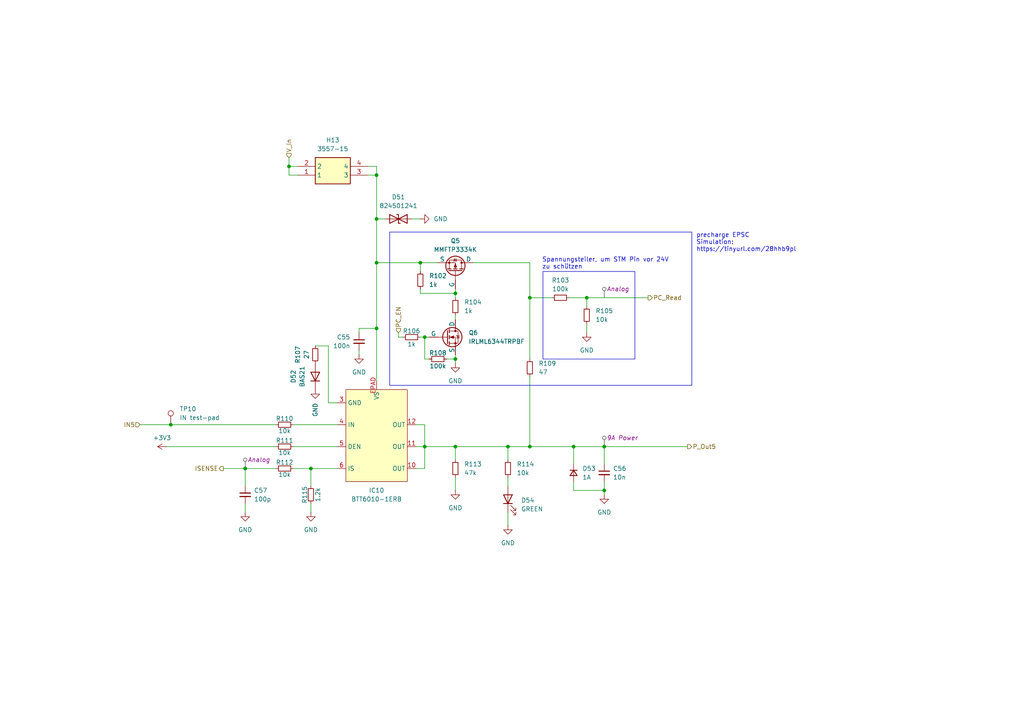
<source format=kicad_sch>
(kicad_sch (version 20231120) (generator "eeschema") (generator_version "8.0")
  (paper "A4")
  (title_block (title "PDU FT25") (date "2025-01-15") (rev "V1.2") (company "Janek Herm") (comment 1 "FaSTTUBe Electronics"))
  (lib_symbols
    (symbol "3557-15:3557-15"
      (property "Reference" "H" (at 16.51 7.62 0))
      (property "Value" "3557-15" (at 16.51 5.08 0))
      (symbol "3557-15_1_1"
        (rectangle (start 5.08 2.54) (end 15.24 -5.08) (stroke (width 0.254)) (fill (type background)))
        (pin passive line (at 0 -2.54 0) (length 5.08) (name "1") (number "1"))
        (pin passive line (at 0 0 0) (length 5.08) (name "2") (number "2"))
        (pin passive line (at 20.32 -2.54 180) (length 5.08) (name "3") (number "3"))
        (pin passive line (at 20.32 0 180) (length 5.08) (name "4") (number "4"))
      )
    )
    (symbol "Connector:TestPoint" (pin_numbers hide) (pin_names (offset 0.762) hide)
      (property "Reference" "TP" (at 0 6.858 0))
      (property "Value" "TestPoint" (at 0 5.08 0))
      (symbol "TestPoint_0_1"
        (circle (center 0 3.302) (radius 0.762))
      )
      (symbol "TestPoint_1_1"
        (pin passive line (at 0 0 90) (length 2.54) (name "1") (number "1"))
      )
    )
    (symbol "Device:C_Small" (pin_numbers hide) (pin_names (offset 0.254) hide)
      (property "Reference" "C" (at 0.254 1.778 0))
      (property "Value" "C_Small" (at 0.254 -2.032 0))
      (symbol "C_Small_0_1"
        (polyline (pts (xy -1.524 -0.508) (xy 1.524 -0.508)) (stroke (width 0.3302)))
        (polyline (pts (xy -1.524 0.508) (xy 1.524 0.508)) (stroke (width 0.3048)))
      )
      (symbol "C_Small_1_1"
        (pin passive line (at 0 2.54 270) (length 2.032) (name "~") (number "1"))
        (pin passive line (at 0 -2.54 90) (length 2.032) (name "~") (number "2"))
      )
    )
    (symbol "Device:D_Small" (pin_numbers hide) (pin_names (offset 0.254) hide)
      (property "Reference" "D" (at -1.27 2.032 0))
      (property "Value" "D_Small" (at -3.81 -2.032 0))
      (symbol "D_Small_0_1"
        (polyline (pts (xy -0.762 -1.016) (xy -0.762 1.016)) (stroke (width 0.254)))
        (polyline (pts (xy -0.762 0) (xy 0.762 0)))
        (polyline (pts (xy 0.762 -1.016) (xy -0.762 0) (xy 0.762 1.016) (xy 0.762 -1.016)) (stroke (width 0.254)))
      )
      (symbol "D_Small_1_1"
        (pin passive line (at -2.54 0 0) (length 1.778) (name "K") (number "1"))
        (pin passive line (at 2.54 0 180) (length 1.778) (name "A") (number "2"))
      )
    )
    (symbol "Device:D_TVS" (pin_numbers hide) (pin_names (offset 1.016) hide)
      (property "Reference" "D" (at 0 2.54 0))
      (property "Value" "D_TVS" (at 0 -2.54 0))
      (symbol "D_TVS_0_1"
        (polyline (pts (xy 1.27 0) (xy -1.27 0)))
        (polyline (pts (xy 0.508 1.27) (xy 0 1.27) (xy 0 -1.27) (xy -0.508 -1.27)) (stroke (width 0.254)))
        (polyline (pts (xy -2.54 1.27) (xy -2.54 -1.27) (xy 2.54 1.27) (xy 2.54 -1.27) (xy -2.54 1.27)) (stroke (width 0.254)))
      )
      (symbol "D_TVS_1_1"
        (pin passive line (at -3.81 0 0) (length 2.54) (name "A1") (number "1"))
        (pin passive line (at 3.81 0 180) (length 2.54) (name "A2") (number "2"))
      )
    )
    (symbol "Device:LED" (pin_numbers hide) (pin_names (offset 1.016) hide)
      (property "Reference" "D" (at 0 2.54 0))
      (property "Value" "LED" (at 0 -2.54 0))
      (symbol "LED_0_1"
        (polyline (pts (xy -1.27 -1.27) (xy -1.27 1.27)) (stroke (width 0.254)))
        (polyline (pts (xy -1.27 0) (xy 1.27 0)))
        (polyline (pts (xy 1.27 -1.27) (xy 1.27 1.27) (xy -1.27 0) (xy 1.27 -1.27)) (stroke (width 0.254)))
        (polyline (pts (xy -3.048 -0.762) (xy -4.572 -2.286) (xy -3.81 -2.286) (xy -4.572 -2.286) (xy -4.572 -1.524)))
        (polyline (pts (xy -1.778 -0.762) (xy -3.302 -2.286) (xy -2.54 -2.286) (xy -3.302 -2.286) (xy -3.302 -1.524)))
      )
      (symbol "LED_1_1"
        (pin passive line (at -3.81 0 0) (length 2.54) (name "K") (number "1"))
        (pin passive line (at 3.81 0 180) (length 2.54) (name "A") (number "2"))
      )
    )
    (symbol "Device:R_Small" (pin_numbers hide) (pin_names (offset 0.254) hide)
      (property "Reference" "R" (at 0.762 0.508 0))
      (property "Value" "R_Small" (at 0.762 -1.016 0))
      (symbol "R_Small_0_1"
        (rectangle (start -0.762 1.778) (end 0.762 -1.778) (stroke (width 0.2032)))
      )
      (symbol "R_Small_1_1"
        (pin passive line (at 0 2.54 270) (length 0.762) (name "~") (number "1"))
        (pin passive line (at 0 -2.54 90) (length 0.762) (name "~") (number "2"))
      )
    )
    (symbol "Diode:BAS21" (pin_numbers hide) (pin_names hide)
      (property "Reference" "D" (at 0 2.54 0))
      (property "Value" "BAS21" (at 0 -2.54 0))
      (symbol "BAS21_0_1"
        (polyline (pts (xy -1.27 1.27) (xy -1.27 -1.27)) (stroke (width 0.254)))
        (polyline (pts (xy 1.27 0) (xy -1.27 0)))
        (polyline (pts (xy 1.27 1.27) (xy 1.27 -1.27) (xy -1.27 0) (xy 1.27 1.27)) (stroke (width 0.254)))
      )
      (symbol "BAS21_1_1"
        (pin passive line (at 3.81 0 180) (length 2.54) (name "A") (number "1"))
        (pin no_connect line (at -1.27 0 0) (length 2.54) hide (name "NC") (number "2"))
        (pin passive line (at -3.81 0 0) (length 2.54) (name "K") (number "3"))
      )
    )
    (symbol "FaSTTUBe_Power-Switches:BTT6010-1ERB"
      (property "Reference" "IC" (at 0.254 -28.956 0))
      (property "Value" "BTT6010-1ERB" (at 0.508 -30.734 0))
      (symbol "BTT6010-1ERB_1_1"
        (rectangle (start -8.89 -1.27) (end 8.89 -27.94) (fill (type background)))
        (pin no_connect line (at 11.43 -2.54 180) (length 2.54) hide (name "NC") (number "1"))
        (pin passive line (at 11.43 -24.13 180) (length 2.54) (name "OUT") (number "10"))
        (pin passive line (at 11.43 -17.78 180) (length 2.54) (name "OUT") (number "11"))
        (pin passive line (at 11.43 -11.43 180) (length 2.54) (name "OUT") (number "12"))
        (pin no_connect line (at 11.43 -25.4 180) (length 2.54) hide (name "NC") (number "13"))
        (pin no_connect line (at 11.43 -26.67 180) (length 2.54) hide (name "NC") (number "14"))
        (pin no_connect line (at 11.43 -3.81 180) (length 2.54) hide (name "NC") (number "2"))
        (pin output line (at -11.43 -5.08 0) (length 2.54) (name "GND") (number "3"))
        (pin input line (at -11.43 -11.43 0) (length 2.54) (name "IN") (number "4"))
        (pin input line (at -11.43 -17.78 0) (length 2.54) (name "DEN") (number "5"))
        (pin output line (at -11.43 -24.13 0) (length 2.54) (name "IS") (number "6"))
        (pin no_connect line (at 11.43 -5.08 180) (length 2.54) hide (name "NC") (number "7"))
        (pin no_connect line (at 11.43 -6.35 180) (length 2.54) hide (name "NC") (number "8"))
        (pin no_connect line (at 11.43 -7.62 180) (length 2.54) hide (name "NC") (number "9"))
        (pin input line (at 0 1.27 270) (length 2.54) (name "VS") (number "EPAD"))
      )
    )
    (symbol "Simulation_SPICE:NMOS" (pin_numbers hide) (pin_names (offset 0))
      (property "Reference" "Q" (at 5.08 1.27 0))
      (property "Value" "NMOS" (at 5.08 -1.27 0))
      (symbol "NMOS_0_1"
        (polyline (pts (xy 0.254 0) (xy -2.54 0)))
        (polyline (pts (xy 0.254 1.905) (xy 0.254 -1.905)) (stroke (width 0.254)))
        (polyline (pts (xy 0.762 -1.27) (xy 0.762 -2.286)) (stroke (width 0.254)))
        (polyline (pts (xy 0.762 0.508) (xy 0.762 -0.508)) (stroke (width 0.254)))
        (polyline (pts (xy 0.762 2.286) (xy 0.762 1.27)) (stroke (width 0.254)))
        (polyline (pts (xy 2.54 2.54) (xy 2.54 1.778)))
        (polyline (pts (xy 2.54 -2.54) (xy 2.54 0) (xy 0.762 0)))
        (polyline (pts (xy 0.762 -1.778) (xy 3.302 -1.778) (xy 3.302 1.778) (xy 0.762 1.778)))
        (polyline (pts (xy 1.016 0) (xy 2.032 0.381) (xy 2.032 -0.381) (xy 1.016 0)) (fill (type outline)))
        (polyline (pts (xy 2.794 0.508) (xy 2.921 0.381) (xy 3.683 0.381) (xy 3.81 0.254)))
        (polyline (pts (xy 3.302 0.381) (xy 2.921 -0.254) (xy 3.683 -0.254) (xy 3.302 0.381)))
        (circle (center 1.651 0) (radius 2.794) (stroke (width 0.254)))
        (circle (center 2.54 -1.778) (radius 0.254) (fill (type outline)))
        (circle (center 2.54 1.778) (radius 0.254) (fill (type outline)))
      )
      (symbol "NMOS_1_1"
        (pin passive line (at 2.54 5.08 270) (length 2.54) (name "D") (number "1"))
        (pin input line (at -5.08 0 0) (length 2.54) (name "G") (number "2"))
        (pin passive line (at 2.54 -5.08 90) (length 2.54) (name "S") (number "3"))
      )
    )
    (symbol "Simulation_SPICE:PMOS" (pin_numbers hide) (pin_names (offset 0))
      (property "Reference" "Q" (at 5.08 1.27 0))
      (property "Value" "PMOS" (at 5.08 -1.27 0))
      (symbol "PMOS_0_1"
        (polyline (pts (xy 0.254 0) (xy -2.54 0)))
        (polyline (pts (xy 0.254 1.905) (xy 0.254 -1.905)) (stroke (width 0.254)))
        (polyline (pts (xy 0.762 -1.27) (xy 0.762 -2.286)) (stroke (width 0.254)))
        (polyline (pts (xy 0.762 0.508) (xy 0.762 -0.508)) (stroke (width 0.254)))
        (polyline (pts (xy 0.762 2.286) (xy 0.762 1.27)) (stroke (width 0.254)))
        (polyline (pts (xy 2.54 2.54) (xy 2.54 1.778)))
        (polyline (pts (xy 2.54 -2.54) (xy 2.54 0) (xy 0.762 0)))
        (polyline (pts (xy 0.762 1.778) (xy 3.302 1.778) (xy 3.302 -1.778) (xy 0.762 -1.778)))
        (polyline (pts (xy 2.286 0) (xy 1.27 0.381) (xy 1.27 -0.381) (xy 2.286 0)) (fill (type outline)))
        (polyline (pts (xy 2.794 -0.508) (xy 2.921 -0.381) (xy 3.683 -0.381) (xy 3.81 -0.254)))
        (polyline (pts (xy 3.302 -0.381) (xy 2.921 0.254) (xy 3.683 0.254) (xy 3.302 -0.381)))
        (circle (center 1.651 0) (radius 2.794) (stroke (width 0.254)))
        (circle (center 2.54 -1.778) (radius 0.254) (fill (type outline)))
        (circle (center 2.54 1.778) (radius 0.254) (fill (type outline)))
      )
      (symbol "PMOS_1_1"
        (pin passive line (at 2.54 5.08 270) (length 2.54) (name "D") (number "1"))
        (pin input line (at -5.08 0 0) (length 2.54) (name "G") (number "2"))
        (pin passive line (at 2.54 -5.08 90) (length 2.54) (name "S") (number "3"))
      )
    )
    (symbol "power:+3.3V" (power) (pin_numbers hide) (pin_names (offset 0) hide)
      (property "Value" "+3.3V" (at 0 3.556 0))
      (symbol "+3.3V_0_1"
        (polyline (pts (xy -0.762 1.27) (xy 0 2.54)))
        (polyline (pts (xy 0 0) (xy 0 2.54)))
        (polyline (pts (xy 0 2.54) (xy 0.762 1.27)))
      )
      (symbol "+3.3V_1_1"
        (pin power_in line (at 0 0 90) (length 0) (name "~") (number "1"))
      )
    )
    (symbol "power:GND" (power) (pin_numbers hide) (pin_names (offset 0) hide)
      (property "Value" "GND" (at 0 -3.81 0))
      (symbol "GND_0_1"
        (polyline (pts (xy 0 0) (xy 0 -1.27) (xy 1.27 -1.27) (xy 0 -2.54) (xy -1.27 -1.27) (xy 0 -1.27)))
      )
      (symbol "GND_1_1"
        (pin power_in line (at 0 0 270) (length 0) (name "~") (number "1"))
      )
    )
  )
  (junction (at 109.22 63.5))
  (junction (at 83.82 48.26))
  (junction (at 90.17 135.89))
  (junction (at 132.08 85.09))
  (junction (at 132.08 129.54))
  (junction (at 109.22 95.25))
  (junction (at 147.32 129.54))
  (junction (at 121.92 76.2))
  (junction (at 153.67 129.54))
  (junction (at 175.26 129.54))
  (junction (at 123.19 97.79))
  (junction (at 166.37 129.54))
  (junction (at 71.12 135.89))
  (junction (at 109.22 50.8))
  (junction (at 153.67 86.36))
  (junction (at 49.53 123.19))
  (junction (at 170.18 86.36))
  (junction (at 132.08 104.14))
  (junction (at 109.22 76.2))
  (junction (at 175.26 142.24))
  (junction (at 123.19 129.54))
  (wire (pts (xy 49.53 123.19) (xy 80.01 123.19)))
  (wire (pts (xy 153.67 76.2) (xy 153.67 86.36)))
  (wire (pts (xy 85.09 135.89) (xy 90.17 135.89)))
  (wire (pts (xy 175.26 129.54) (xy 166.37 129.54)))
  (wire (pts (xy 95.25 100.33) (xy 91.44 100.33)))
  (wire (pts (xy 115.57 97.79) (xy 116.84 97.79)))
  (wire (pts (xy 170.18 86.36) (xy 187.96 86.36)))
  (wire (pts (xy 85.09 129.54) (xy 97.79 129.54)))
  (wire (pts (xy 109.22 76.2) (xy 121.92 76.2)))
  (wire (pts (xy 109.22 48.26) (xy 109.22 50.8)))
  (wire (pts (xy 83.82 45.72) (xy 83.82 48.26)))
  (wire (pts (xy 121.92 63.5) (xy 119.38 63.5)))
  (wire (pts (xy 40.64 123.19) (xy 49.53 123.19)))
  (wire (pts (xy 121.92 97.79) (xy 123.19 97.79)))
  (wire (pts (xy 132.08 86.36) (xy 132.08 85.09)))
  (wire (pts (xy 106.68 50.8) (xy 109.22 50.8)))
  (wire (pts (xy 83.82 48.26) (xy 86.36 48.26)))
  (wire (pts (xy 170.18 86.36) (xy 170.18 88.9)))
  (wire (pts (xy 132.08 138.43) (xy 132.08 142.24)))
  (wire (pts (xy 175.26 129.54) (xy 175.26 134.62)))
  (wire (pts (xy 137.16 76.2) (xy 153.67 76.2)))
  (wire (pts (xy 71.12 135.89) (xy 71.12 140.97)))
  (wire (pts (xy 123.19 97.79) (xy 123.19 104.14)))
  (wire (pts (xy 115.57 96.52) (xy 115.57 97.79)))
  (wire (pts (xy 109.22 95.25) (xy 104.14 95.25)))
  (wire (pts (xy 106.68 48.26) (xy 109.22 48.26)))
  (wire (pts (xy 64.77 135.89) (xy 71.12 135.89)))
  (wire (pts (xy 132.08 129.54) (xy 147.32 129.54)))
  (wire (pts (xy 165.1 86.36) (xy 170.18 86.36)))
  (wire (pts (xy 85.09 123.19) (xy 97.79 123.19)))
  (wire (pts (xy 71.12 146.05) (xy 71.12 148.59)))
  (wire (pts (xy 132.08 129.54) (xy 132.08 133.35)))
  (wire (pts (xy 132.08 92.71) (xy 132.08 91.44)))
  (wire (pts (xy 121.92 76.2) (xy 127 76.2)))
  (wire (pts (xy 104.14 95.25) (xy 104.14 96.52)))
  (wire (pts (xy 123.19 97.79) (xy 124.46 97.79)))
  (wire (pts (xy 123.19 123.19) (xy 123.19 129.54)))
  (wire (pts (xy 166.37 129.54) (xy 166.37 134.62)))
  (wire (pts (xy 109.22 50.8) (xy 109.22 63.5)))
  (wire (pts (xy 120.65 129.54) (xy 123.19 129.54)))
  (wire (pts (xy 121.92 76.2) (xy 121.92 78.74)))
  (wire (pts (xy 132.08 102.87) (xy 132.08 104.14)))
  (wire (pts (xy 153.67 109.22) (xy 153.67 129.54)))
  (wire (pts (xy 83.82 50.8) (xy 86.36 50.8)))
  (wire (pts (xy 123.19 129.54) (xy 132.08 129.54)))
  (wire (pts (xy 153.67 129.54) (xy 166.37 129.54)))
  (wire (pts (xy 147.32 129.54) (xy 147.32 133.35)))
  (wire (pts (xy 123.19 135.89) (xy 123.19 129.54)))
  (wire (pts (xy 109.22 63.5) (xy 109.22 76.2)))
  (wire (pts (xy 147.32 148.59) (xy 147.32 152.4)))
  (wire (pts (xy 83.82 48.26) (xy 83.82 50.8)))
  (wire (pts (xy 120.65 135.89) (xy 123.19 135.89)))
  (wire (pts (xy 109.22 95.25) (xy 109.22 110.49)))
  (wire (pts (xy 71.12 135.89) (xy 80.01 135.89)))
  (wire (pts (xy 147.32 129.54) (xy 153.67 129.54)))
  (wire (pts (xy 104.14 101.6) (xy 104.14 102.87)))
  (wire (pts (xy 129.54 104.14) (xy 132.08 104.14)))
  (wire (pts (xy 175.26 139.7) (xy 175.26 142.24)))
  (wire (pts (xy 132.08 83.82) (xy 132.08 85.09)))
  (wire (pts (xy 132.08 104.14) (xy 132.08 105.41)))
  (wire (pts (xy 170.18 93.98) (xy 170.18 96.52)))
  (wire (pts (xy 120.65 123.19) (xy 123.19 123.19)))
  (wire (pts (xy 90.17 135.89) (xy 90.17 140.97)))
  (wire (pts (xy 175.26 129.54) (xy 199.39 129.54)))
  (wire (pts (xy 166.37 142.24) (xy 175.26 142.24)))
  (wire (pts (xy 48.26 129.54) (xy 80.01 129.54)))
  (wire (pts (xy 90.17 146.05) (xy 90.17 148.59)))
  (wire (pts (xy 166.37 139.7) (xy 166.37 142.24)))
  (wire (pts (xy 109.22 76.2) (xy 109.22 95.25)))
  (wire (pts (xy 123.19 104.14) (xy 124.46 104.14)))
  (wire (pts (xy 121.92 85.09) (xy 132.08 85.09)))
  (wire (pts (xy 175.26 142.24) (xy 175.26 143.51)))
  (wire (pts (xy 147.32 138.43) (xy 147.32 140.97)))
  (wire (pts (xy 95.25 100.33) (xy 95.25 116.84)))
  (wire (pts (xy 121.92 83.82) (xy 121.92 85.09)))
  (wire (pts (xy 109.22 63.5) (xy 111.76 63.5)))
  (wire (pts (xy 95.25 116.84) (xy 97.79 116.84)))
  (wire (pts (xy 153.67 86.36) (xy 160.02 86.36)))
  (wire (pts (xy 90.17 135.89) (xy 97.79 135.89)))
  (wire (pts (xy 153.67 86.36) (xy 153.67 104.14)))
  (rectangle (start 157.48 78.74) (end 184.15 104.14))
  (rectangle (start 113.03 67.31) (end 200.66 111.76))
  (text "precharge EPSC\nSimulation:\nhttps://tinyurl.com/28hhb9pl" (at 201.93 70.358 0) (effects (font (size 1.27 1.27)) (justify left)))
  (text "Spannungsteiler, um STM Pin vor 24V \nzu schützen" (at 157.226 76.454 0) (effects (font (size 1.27 1.27)) (justify left)))
  (hierarchical_label "PC_Read" (shape output) (at 187.96 86.36 0))
  (hierarchical_label "IN5" (shape input) (at 40.64 123.19 180))
  (hierarchical_label "P_Out5" (shape output) (at 199.39 129.54 0))
  (hierarchical_label "ISENSE" (shape output) (at 64.77 135.89 180))
  (hierarchical_label "PC_EN" (shape input) (at 115.57 96.52 90))
  (hierarchical_label "V_In" (shape input) (at 83.82 45.72 90))
  (netclass_flag "" (length 2.54) (shape round) (at 71.12 135.89 0) (property "Netclass" "Analog" (at 71.8185 133.35 0) (effects (font (italic yes)) (justify left))))
  (netclass_flag "" (length 2.54) (shape round) (at 175.26 129.54 0) (property "Netclass" "9A Power" (at 175.9585 127 0) (effects (font (italic yes)) (justify left))))
  (netclass_flag "" (length 2.54) (shape round) (at 175.26 86.36 0) (property "Netclass" "Analog" (at 175.9585 83.82 0) (effects (font (italic yes)) (justify left))))
  (symbol (lib_id "Simulation_SPICE:PMOS") (at 132.08 78.74 270) (mirror x) (unit 1)
    (property "Reference" "Q5" (at 132.08 69.85 90))
    (property "Value" "MMFTP3334K" (at 132.08 72.39 90))
    (property "Footprint" "FaSTTUBe_Switches:SOT-23_GSD" (effects (hide yes)))
    (property "Datasheet" "https://diotec.com/request/datasheet/mmftp3334k.pdf" (effects (hide yes)))
    (property "Description" "P-MOSFET transistor, drain/source/gate" (effects (hide yes)))
    (property "Sim.Device" "PMOS" (effects (hide yes)))
    (property "Sim.Type" "VDMOS" (effects (hide yes)))
    (property "Sim.Pins" "1=D 2=G 3=S" (effects (hide yes)))
  )
  (symbol (lib_id "FaSTTUBe_Power-Switches:BTT6010-1ERB") (at 109.22 111.76 0) (unit 1)
    (property "Reference" "IC10" (at 109.22 142.24 0))
    (property "Value" "BTT6010-1ERB" (at 109.22 144.78 0))
    (property "Footprint" "BTT6010-1ERB:SOIC14_BTT6010-1ERB_INF" (effects (hide yes)))
    (property "Datasheet" "https://www.infineon.com/dgdl/Infineon-BTT6010-1ERB-DS-v01_00-EN.pdf?fileId=5546d46269e1c019016a21e80b080d7a" (effects (hide yes)))
  )
  (symbol (lib_id "Device:D_TVS") (at 115.57 63.5 0) (mirror y) (unit 1)
    (property "Reference" "D51" (at 115.57 57.15 0))
    (property "Value" "824501241" (at 115.57 59.69 0))
    (property "Footprint" "824501241:DIOM5127X250N" (effects (hide yes)))
    (property "Datasheet" "https://www.we-online.com/components/products/datasheet/824501241.pdf" (effects (hide yes)))
    (property "Description" "Bidirectional transient-voltage-suppression diode" (effects (hide yes)))
  )
  (symbol (lib_id "Device:R_Small") (at 132.08 88.9 0) (unit 1)
    (property "Reference" "R104" (at 134.62 87.6299 0) (effects (justify left)))
    (property "Value" "1k" (at 134.62 90.1699 0) (effects (justify left)))
    (property "Footprint" "Resistor_SMD:R_0603_1608Metric" (effects (hide yes)))
    (property "Description" "Resistor, small symbol" (effects (hide yes)))
  )
  (symbol (lib_id "Device:R_Small") (at 119.38 97.79 90) (unit 1)
    (property "Reference" "R106" (at 119.38 96.012 90))
    (property "Value" "1k" (at 119.38 99.822 90))
    (property "Footprint" "Resistor_SMD:R_0603_1608Metric" (effects (hide yes)))
    (property "Description" "Resistor, small symbol" (effects (hide yes)))
  )
  (symbol (lib_id "Simulation_SPICE:NMOS") (at 129.54 97.79 0) (unit 1)
    (property "Reference" "Q6" (at 135.89 96.5199 0) (effects (justify left)))
    (property "Value" "IRLML6344TRPBF" (at 135.89 99.0599 0) (effects (justify left)))
    (property "Footprint" "FaSTTUBe_Switches:SOT-23_GSD" (effects (hide yes)))
    (property "Datasheet" "https://www.mouser.de/datasheet/2/196/Infineon_IRLML6344_DataSheet_v01_01_EN-3363406.pdf" (effects (hide yes)))
    (property "Description" "N-MOSFET transistor, drain/source/gate" (effects (hide yes)))
    (property "Sim.Device" "NMOS" (effects (hide yes)))
    (property "Sim.Type" "VDMOS" (effects (hide yes)))
    (property "Sim.Pins" "1=D 2=G 3=S" (effects (hide yes)))
  )
  (symbol (lib_id "Device:C_Small") (at 104.14 99.06 0) (mirror y) (unit 1)
    (property "Reference" "C55" (at 101.6 97.7962 0) (effects (justify left)))
    (property "Value" "100n" (at 101.6 100.3362 0) (effects (justify left)))
    (property "Footprint" "Capacitor_SMD:C_0603_1608Metric" (effects (hide yes)))
    (property "Description" "Unpolarized capacitor, small symbol" (effects (hide yes)))
  )
  (symbol (lib_id "power:GND") (at 91.44 113.03 0) (unit 1)
    (property "Reference" "#PWR0161" (effects (hide yes)))
    (property "Value" "GND" (at 91.4399 116.84 90) (effects (justify right)))
    (property "Description" "Power symbol creates a global label with name \"GND\" , ground" (effects (hide yes)))
  )
  (symbol (lib_id "power:+3.3V") (at 48.26 129.54 90) (unit 1)
    (property "Reference" "#PWR0162" (effects (hide yes)))
    (property "Value" "+3V3" (at 46.99 127 90))
    (property "Description" "Power symbol creates a global label with name \"+3.3V\"" (effects (hide yes)))
  )
  (symbol (lib_id "Device:R_Small") (at 82.55 135.89 270) (unit 1)
    (property "Reference" "R112" (at 82.55 134.112 90))
    (property "Value" "10k" (at 82.55 137.668 90))
    (property "Footprint" "Resistor_SMD:R_0603_1608Metric" (effects (hide yes)))
    (property "Description" "Resistor, small symbol" (effects (hide yes)))
  )
  (symbol (lib_id "Device:R_Small") (at 132.08 135.89 0) (unit 1)
    (property "Reference" "R113" (at 134.62 134.6199 0) (effects (justify left)))
    (property "Value" "47k" (at 134.62 137.1599 0) (effects (justify left)))
    (property "Footprint" "Resistor_SMD:R_0603_1608Metric" (effects (hide yes)))
    (property "Description" "Resistor, small symbol" (effects (hide yes)))
  )
  (symbol (lib_id "Device:C_Small") (at 71.12 143.51 0) (unit 1)
    (property "Reference" "C57" (at 73.66 142.2462 0) (effects (justify left)))
    (property "Value" "100p" (at 73.66 144.7862 0) (effects (justify left)))
    (property "Footprint" "Capacitor_SMD:C_0603_1608Metric" (effects (hide yes)))
    (property "Description" "Unpolarized capacitor, small symbol" (effects (hide yes)))
  )
  (symbol (lib_id "Device:R_Small") (at 170.18 91.44 180) (unit 1)
    (property "Reference" "R105" (at 172.72 90.1699 0) (effects (justify right)))
    (property "Value" "10k" (at 172.72 92.7099 0) (effects (justify right)))
    (property "Footprint" "Resistor_SMD:R_0603_1608Metric" (effects (hide yes)))
    (property "Description" "Resistor, small symbol" (effects (hide yes)))
  )
  (symbol (lib_id "Device:D_Small") (at 166.37 137.16 270) (unit 1)
    (property "Reference" "D53" (at 168.91 135.8899 90) (effects (justify left)))
    (property "Value" "1A" (at 168.91 138.4299 90) (effects (justify left)))
    (property "Footprint" "Diode_SMD:D_SOD-123F" (effects (hide yes)))
    (property "Datasheet" "https://www.mouser.de/datasheet/2/389/stpst1h100-3107187.pdf" (effects (hide yes)))
    (property "Description" "Diode, small symbol" (effects (hide yes)))
    (property "Sim.Device" "D" (effects (hide yes)))
    (property "Sim.Pins" "1=K 2=A" (effects (hide yes)))
  )
  (symbol (lib_id "power:GND") (at 132.08 105.41 0) (unit 1)
    (property "Reference" "#PWR0160" (effects (hide yes)))
    (property "Value" "GND" (at 132.08 110.49 0))
    (property "Description" "Power symbol creates a global label with name \"GND\" , ground" (effects (hide yes)))
  )
  (symbol (lib_id "Device:LED") (at 147.32 144.78 90) (unit 1)
    (property "Reference" "D54" (at 151.13 145.0974 90) (effects (justify right)))
    (property "Value" "GREEN" (at 151.13 147.6374 90) (effects (justify right)))
    (property "Footprint" "LED_SMD:LED_0603_1608Metric" (effects (hide yes)))
    (property "Datasheet" "https://www.we-online.com/components/products/datasheet/150060VS75000.pdf" (effects (hide yes)))
    (property "Description" "Light emitting diode" (effects (hide yes)))
    (property "MPR" "150060VS75000" (effects (hide yes)))
  )
  (symbol (lib_id "Device:R_Small") (at 91.44 102.87 180) (unit 1)
    (property "Reference" "R107" (at 86.36 102.87 90))
    (property "Value" "27" (at 88.9 102.87 90))
    (property "Footprint" "Resistor_SMD:R_0603_1608Metric" (effects (hide yes)))
    (property "Description" "Resistor, small symbol" (effects (hide yes)))
  )
  (symbol (lib_id "Device:R_Small") (at 82.55 123.19 270) (unit 1)
    (property "Reference" "R110" (at 82.55 121.412 90))
    (property "Value" "10k" (at 82.55 124.968 90))
    (property "Footprint" "Resistor_SMD:R_0603_1608Metric" (effects (hide yes)))
    (property "Description" "Resistor, small symbol" (effects (hide yes)))
  )
  (symbol (lib_id "Device:R_Small") (at 162.56 86.36 90) (unit 1)
    (property "Reference" "R103" (at 162.56 81.28 90))
    (property "Value" "100k" (at 162.56 83.82 90))
    (property "Footprint" "Resistor_SMD:R_0603_1608Metric" (effects (hide yes)))
    (property "Description" "Resistor, small symbol" (effects (hide yes)))
  )
  (symbol (lib_id "Device:R_Small") (at 90.17 143.51 0) (unit 1)
    (property "Reference" "R115" (at 88.392 143.51 90))
    (property "Value" "1.2k" (at 92.202 143.51 90))
    (property "Footprint" "Resistor_SMD:R_0603_1608Metric" (effects (hide yes)))
    (property "Description" "Resistor, small symbol" (effects (hide yes)))
  )
  (symbol (lib_id "power:GND") (at 90.17 148.59 0) (unit 1)
    (property "Reference" "#PWR0166" (effects (hide yes)))
    (property "Value" "GND" (at 90.17 153.67 0))
    (property "Description" "Power symbol creates a global label with name \"GND\" , ground" (effects (hide yes)))
  )
  (symbol (lib_id "Device:R_Small") (at 147.32 135.89 0) (unit 1)
    (property "Reference" "R114" (at 149.86 134.6199 0) (effects (justify left)))
    (property "Value" "10k" (at 149.86 137.1599 0) (effects (justify left)))
    (property "Footprint" "Resistor_SMD:R_0603_1608Metric" (effects (hide yes)))
    (property "Description" "Resistor, small symbol" (effects (hide yes)))
  )
  (symbol (lib_id "power:GND") (at 170.18 96.52 0) (unit 1)
    (property "Reference" "#PWR0158" (effects (hide yes)))
    (property "Value" "GND" (at 170.18 101.6 0))
    (property "Description" "Power symbol creates a global label with name \"GND\" , ground" (effects (hide yes)))
  )
  (symbol (lib_id "Device:R_Small") (at 153.67 106.68 0) (unit 1)
    (property "Reference" "R109" (at 156.21 105.4099 0) (effects (justify left)))
    (property "Value" "47" (at 156.21 107.9499 0) (effects (justify left)))
    (property "Footprint" "Resistor_SMD:R_1210_3225Metric" (effects (hide yes)))
    (property "Description" "Resistor, small symbol" (effects (hide yes)))
  )
  (symbol (lib_id "3557-15:3557-15") (at 86.36 48.26 0) (unit 1)
    (property "Reference" "H13" (at 96.52 40.64 0))
    (property "Value" "3557-15" (at 96.52 43.18 0))
    (property "Footprint" "3557-15:355715" (effects (hide yes)))
    (property "Datasheet" "https://www.keyelco.com/product-pdf.cfm?p=14225" (effects (hide yes)))
    (property "Description" "Fuse Holder T/H 2 IN 1 AUTO BLDE HOLDER, BLUE 15A" (effects (hide yes)))
    (property "Height" "7.5" (effects (hide yes)))
    (property "Mouser Part Number" "534-3557-15" (effects (hide yes)))
    (property "Mouser Price/Stock" "https://www.mouser.co.uk/ProductDetail/Keystone-Electronics/3557-15?qs=iR2ablhfrmFh8obBV91Xhg%3D%3D" (effects (hide yes)))
    (property "Manufacturer_Name" "Keystone Electronics" (effects (hide yes)))
    (property "Manufacturer_Part_Number" "3557-15" (effects (hide yes)))
  )
  (symbol (lib_id "Connector:TestPoint") (at 49.53 123.19 0) (unit 1)
    (property "Reference" "TP10" (at 52.07 118.6179 0) (effects (justify left)))
    (property "Value" "IN test-pad" (at 52.07 121.1579 0) (effects (justify left)))
    (property "Footprint" "5025:5025" (effects (hide yes)))
    (property "Description" "test point" (effects (hide yes)))
  )
  (symbol (lib_id "power:GND") (at 104.14 102.87 0) (mirror y) (unit 1)
    (property "Reference" "#PWR0159" (effects (hide yes)))
    (property "Value" "GND" (at 104.14 107.95 0))
    (property "Description" "Power symbol creates a global label with name \"GND\" , ground" (effects (hide yes)))
  )
  (symbol (lib_id "Device:R_Small") (at 121.92 81.28 0) (unit 1)
    (property "Reference" "R102" (at 124.46 80.0099 0) (effects (justify left)))
    (property "Value" "1k" (at 124.46 82.5499 0) (effects (justify left)))
    (property "Footprint" "Resistor_SMD:R_0603_1608Metric" (effects (hide yes)))
    (property "Description" "Resistor, small symbol" (effects (hide yes)))
  )
  (symbol (lib_id "Diode:BAS21") (at 91.44 109.22 90) (unit 1)
    (property "Reference" "D52" (at 85.09 109.22 0))
    (property "Value" "BAS21" (at 87.63 109.22 0))
    (property "Footprint" "Package_TO_SOT_SMD:SOT-23" (effects (hide yes)))
    (property "Datasheet" "https://www.diodes.com/assets/Datasheets/Ds12004.pdf" (effects (hide yes)))
    (property "Description" "250V, 0.4A, High-speed Switching Diode, SOT-23" (effects (hide yes)))
  )
  (symbol (lib_id "power:GND") (at 121.92 63.5 90) (mirror x) (unit 1)
    (property "Reference" "#PWR0157" (effects (hide yes)))
    (property "Value" "GND" (at 125.73 63.4999 90) (effects (justify right)))
    (property "Description" "Power symbol creates a global label with name \"GND\" , ground" (effects (hide yes)))
  )
  (symbol (lib_id "power:GND") (at 71.12 148.59 0) (unit 1)
    (property "Reference" "#PWR0165" (effects (hide yes)))
    (property "Value" "GND" (at 71.12 153.67 0))
    (property "Description" "Power symbol creates a global label with name \"GND\" , ground" (effects (hide yes)))
  )
  (symbol (lib_id "power:GND") (at 132.08 142.24 0) (unit 1)
    (property "Reference" "#PWR0163" (effects (hide yes)))
    (property "Value" "GND" (at 132.08 147.32 0))
    (property "Description" "Power symbol creates a global label with name \"GND\" , ground" (effects (hide yes)))
  )
  (symbol (lib_id "Device:C_Small") (at 175.26 137.16 0) (unit 1)
    (property "Reference" "C56" (at 177.8 135.8962 0) (effects (justify left)))
    (property "Value" "10n" (at 177.8 138.4362 0) (effects (justify left)))
    (property "Footprint" "Capacitor_SMD:C_0603_1608Metric" (effects (hide yes)))
    (property "Description" "Unpolarized capacitor, small symbol" (effects (hide yes)))
  )
  (symbol (lib_id "power:GND") (at 175.26 143.51 0) (unit 1)
    (property "Reference" "#PWR0164" (effects (hide yes)))
    (property "Value" "GND" (at 175.26 148.59 0))
    (property "Description" "Power symbol creates a global label with name \"GND\" , ground" (effects (hide yes)))
  )
  (symbol (lib_id "Device:R_Small") (at 127 104.14 90) (unit 1)
    (property "Reference" "R108" (at 127 102.362 90))
    (property "Value" "100k" (at 127 106.172 90))
    (property "Footprint" "Resistor_SMD:R_0603_1608Metric" (effects (hide yes)))
    (property "Description" "Resistor, small symbol" (effects (hide yes)))
  )
  (symbol (lib_id "Device:R_Small") (at 82.55 129.54 270) (unit 1)
    (property "Reference" "R111" (at 82.55 127.762 90))
    (property "Value" "10k" (at 82.55 131.318 90))
    (property "Footprint" "Resistor_SMD:R_0603_1608Metric" (effects (hide yes)))
    (property "Description" "Resistor, small symbol" (effects (hide yes)))
  )
  (symbol (lib_id "power:GND") (at 147.32 152.4 0) (unit 1)
    (property "Reference" "#PWR0167" (effects (hide yes)))
    (property "Value" "GND" (at 147.32 157.48 0))
    (property "Description" "Power symbol creates a global label with name \"GND\" , ground" (effects (hide yes)))
  )
)
</source>
